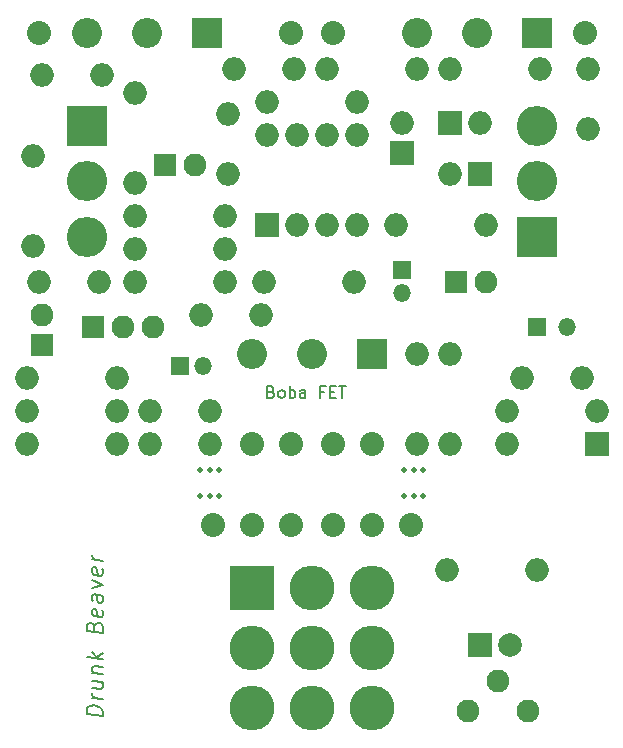
<source format=gbr>
G04 #@! TF.GenerationSoftware,KiCad,Pcbnew,(5.1.8-0-10_14)*
G04 #@! TF.CreationDate,2020-11-14T19:44:57+01:00*
G04 #@! TF.ProjectId,fet-amplifier,6665742d-616d-4706-9c69-666965722e6b,rev?*
G04 #@! TF.SameCoordinates,Original*
G04 #@! TF.FileFunction,Soldermask,Top*
G04 #@! TF.FilePolarity,Negative*
%FSLAX46Y46*%
G04 Gerber Fmt 4.6, Leading zero omitted, Abs format (unit mm)*
G04 Created by KiCad (PCBNEW (5.1.8-0-10_14)) date 2020-11-14 19:44:57*
%MOMM*%
%LPD*%
G01*
G04 APERTURE LIST*
%ADD10C,0.150000*%
%ADD11R,2.000000X2.000000*%
%ADD12C,2.000000*%
%ADD13C,0.500000*%
%ADD14O,2.000000X2.000000*%
%ADD15O,3.416000X3.416000*%
%ADD16R,3.416000X3.416000*%
%ADD17R,3.816000X3.816000*%
%ADD18O,3.816000X3.816000*%
%ADD19O,1.930400X1.930400*%
%ADD20O,2.540000X2.540000*%
%ADD21R,2.540000X2.540000*%
%ADD22R,1.930400X1.930400*%
%ADD23O,2.032000X2.032000*%
%ADD24O,1.508000X1.508000*%
%ADD25R,1.508000X1.508000*%
G04 APERTURE END LIST*
D10*
X72261333Y-138373770D02*
X70861333Y-138198770D01*
X70861333Y-137865437D01*
X70928000Y-137673770D01*
X71061333Y-137557104D01*
X71194666Y-137507104D01*
X71461333Y-137473770D01*
X71661333Y-137498770D01*
X71928000Y-137598770D01*
X72061333Y-137682104D01*
X72194666Y-137832104D01*
X72261333Y-138040437D01*
X72261333Y-138373770D01*
X72261333Y-136973770D02*
X71328000Y-136857104D01*
X71594666Y-136890437D02*
X71461333Y-136807104D01*
X71394666Y-136732104D01*
X71328000Y-136590437D01*
X71328000Y-136457104D01*
X71328000Y-135390437D02*
X72261333Y-135507104D01*
X71328000Y-135990437D02*
X72061333Y-136082104D01*
X72194666Y-136032104D01*
X72261333Y-135907104D01*
X72261333Y-135707104D01*
X72194666Y-135565437D01*
X72128000Y-135490437D01*
X71328000Y-134723770D02*
X72261333Y-134840437D01*
X71461333Y-134740437D02*
X71394666Y-134665437D01*
X71328000Y-134523770D01*
X71328000Y-134323770D01*
X71394666Y-134198770D01*
X71528000Y-134148770D01*
X72261333Y-134240437D01*
X72261333Y-133573770D02*
X70861333Y-133398770D01*
X71728000Y-133373770D02*
X72261333Y-133040437D01*
X71328000Y-132923770D02*
X71861333Y-133523770D01*
X71528000Y-130815437D02*
X71594666Y-130623770D01*
X71661333Y-130565437D01*
X71794666Y-130515437D01*
X71994666Y-130540437D01*
X72128000Y-130623770D01*
X72194666Y-130698770D01*
X72261333Y-130840437D01*
X72261333Y-131373770D01*
X70861333Y-131198770D01*
X70861333Y-130732104D01*
X70928000Y-130607104D01*
X70994666Y-130548770D01*
X71128000Y-130498770D01*
X71261333Y-130515437D01*
X71394666Y-130598770D01*
X71461333Y-130673770D01*
X71528000Y-130815437D01*
X71528000Y-131282104D01*
X72194666Y-129432104D02*
X72261333Y-129573770D01*
X72261333Y-129840437D01*
X72194666Y-129965437D01*
X72061333Y-130015437D01*
X71528000Y-129948770D01*
X71394666Y-129865437D01*
X71328000Y-129723770D01*
X71328000Y-129457104D01*
X71394666Y-129332104D01*
X71528000Y-129282104D01*
X71661333Y-129298770D01*
X71794666Y-129982104D01*
X72261333Y-128173770D02*
X71528000Y-128082104D01*
X71394666Y-128132104D01*
X71328000Y-128257104D01*
X71328000Y-128523770D01*
X71394666Y-128665437D01*
X72194666Y-128165437D02*
X72261333Y-128307104D01*
X72261333Y-128640437D01*
X72194666Y-128765437D01*
X72061333Y-128815437D01*
X71928000Y-128798770D01*
X71794666Y-128715437D01*
X71728000Y-128573770D01*
X71728000Y-128240437D01*
X71661333Y-128098770D01*
X71328000Y-127523770D02*
X72261333Y-127307104D01*
X71328000Y-126857104D01*
X72194666Y-125898770D02*
X72261333Y-126040437D01*
X72261333Y-126307104D01*
X72194666Y-126432104D01*
X72061333Y-126482104D01*
X71528000Y-126415437D01*
X71394666Y-126332104D01*
X71328000Y-126190437D01*
X71328000Y-125923770D01*
X71394666Y-125798770D01*
X71528000Y-125748770D01*
X71661333Y-125765437D01*
X71794666Y-126448770D01*
X72261333Y-125240437D02*
X71328000Y-125123770D01*
X71594666Y-125157104D02*
X71461333Y-125073770D01*
X71394666Y-124998770D01*
X71328000Y-124857104D01*
X71328000Y-124723770D01*
X86479428Y-110926571D02*
X86622285Y-110974190D01*
X86669904Y-111021809D01*
X86717523Y-111117047D01*
X86717523Y-111259904D01*
X86669904Y-111355142D01*
X86622285Y-111402761D01*
X86527047Y-111450380D01*
X86146095Y-111450380D01*
X86146095Y-110450380D01*
X86479428Y-110450380D01*
X86574666Y-110498000D01*
X86622285Y-110545619D01*
X86669904Y-110640857D01*
X86669904Y-110736095D01*
X86622285Y-110831333D01*
X86574666Y-110878952D01*
X86479428Y-110926571D01*
X86146095Y-110926571D01*
X87288952Y-111450380D02*
X87193714Y-111402761D01*
X87146095Y-111355142D01*
X87098476Y-111259904D01*
X87098476Y-110974190D01*
X87146095Y-110878952D01*
X87193714Y-110831333D01*
X87288952Y-110783714D01*
X87431809Y-110783714D01*
X87527047Y-110831333D01*
X87574666Y-110878952D01*
X87622285Y-110974190D01*
X87622285Y-111259904D01*
X87574666Y-111355142D01*
X87527047Y-111402761D01*
X87431809Y-111450380D01*
X87288952Y-111450380D01*
X88050857Y-111450380D02*
X88050857Y-110450380D01*
X88050857Y-110831333D02*
X88146095Y-110783714D01*
X88336571Y-110783714D01*
X88431809Y-110831333D01*
X88479428Y-110878952D01*
X88527047Y-110974190D01*
X88527047Y-111259904D01*
X88479428Y-111355142D01*
X88431809Y-111402761D01*
X88336571Y-111450380D01*
X88146095Y-111450380D01*
X88050857Y-111402761D01*
X89384190Y-111450380D02*
X89384190Y-110926571D01*
X89336571Y-110831333D01*
X89241333Y-110783714D01*
X89050857Y-110783714D01*
X88955619Y-110831333D01*
X89384190Y-111402761D02*
X89288952Y-111450380D01*
X89050857Y-111450380D01*
X88955619Y-111402761D01*
X88908000Y-111307523D01*
X88908000Y-111212285D01*
X88955619Y-111117047D01*
X89050857Y-111069428D01*
X89288952Y-111069428D01*
X89384190Y-111021809D01*
X90955619Y-110926571D02*
X90622285Y-110926571D01*
X90622285Y-111450380D02*
X90622285Y-110450380D01*
X91098476Y-110450380D01*
X91479428Y-110926571D02*
X91812761Y-110926571D01*
X91955619Y-111450380D02*
X91479428Y-111450380D01*
X91479428Y-110450380D01*
X91955619Y-110450380D01*
X92241333Y-110450380D02*
X92812761Y-110450380D01*
X92527047Y-111450380D02*
X92527047Y-110450380D01*
D11*
X104140000Y-132334000D03*
D12*
X106680000Y-132334000D03*
D13*
X99352000Y-119718000D03*
X97752000Y-119718000D03*
X97752000Y-117518000D03*
X99352000Y-117518000D03*
X98552000Y-119718000D03*
X98552000Y-117518000D03*
X82080000Y-119718000D03*
X80480000Y-119718000D03*
X80480000Y-117518000D03*
X82080000Y-117518000D03*
X81280000Y-119718000D03*
X81280000Y-117518000D03*
D14*
X86106000Y-89154000D03*
X88646000Y-89154000D03*
X91186000Y-89154000D03*
X93726000Y-89154000D03*
X93726000Y-96774000D03*
X91186000Y-96774000D03*
X88646000Y-96774000D03*
D11*
X86106000Y-96774000D03*
D15*
X70866000Y-97790000D03*
X70866000Y-93091000D03*
D16*
X70866000Y-88392000D03*
D15*
X108966000Y-88392000D03*
X108966000Y-93091000D03*
D16*
X108966000Y-97790000D03*
D17*
X84836000Y-127508000D03*
D18*
X84836000Y-132588000D03*
X84836000Y-137668000D03*
X89916000Y-127508000D03*
X89916000Y-132588000D03*
X89916000Y-137668000D03*
X94996000Y-127508000D03*
X94996000Y-132588000D03*
X94996000Y-137668000D03*
D19*
X108204000Y-137922000D03*
X105664000Y-135382000D03*
X103124000Y-137922000D03*
D20*
X70866000Y-80518000D03*
X75946000Y-80518000D03*
D21*
X81026000Y-80518000D03*
D20*
X98806000Y-80518000D03*
X103886000Y-80518000D03*
D21*
X108966000Y-80518000D03*
D20*
X84836000Y-107696000D03*
X89916000Y-107696000D03*
D21*
X94996000Y-107696000D03*
D14*
X108966000Y-125984000D03*
X101346000Y-125984000D03*
X66294000Y-90932000D03*
X66294000Y-98552000D03*
X73406000Y-115316000D03*
X65786000Y-115316000D03*
X101600000Y-115316000D03*
X101600000Y-107696000D03*
X114046000Y-112522000D03*
X106426000Y-112522000D03*
X74930000Y-85598000D03*
X74930000Y-93218000D03*
X98806000Y-107696000D03*
X98806000Y-115316000D03*
X93726000Y-86360000D03*
X86106000Y-86360000D03*
X104648000Y-96774000D03*
X97028000Y-96774000D03*
X65786000Y-109728000D03*
X73406000Y-109728000D03*
X109220000Y-83566000D03*
X101600000Y-83566000D03*
X91186000Y-83566000D03*
X98806000Y-83566000D03*
X74930000Y-96012000D03*
X82550000Y-96012000D03*
X74930000Y-98806000D03*
X82550000Y-98806000D03*
X76200000Y-115316000D03*
X81280000Y-115316000D03*
X85852000Y-101600000D03*
X93472000Y-101600000D03*
X73406000Y-112522000D03*
X65786000Y-112522000D03*
X82550000Y-101600000D03*
X74930000Y-101600000D03*
D22*
X71374000Y-105410000D03*
D19*
X73914000Y-105410000D03*
X76454000Y-105410000D03*
D23*
X98298000Y-122174000D03*
X94996000Y-122174000D03*
X113030000Y-80518000D03*
X91694000Y-122174000D03*
X88138000Y-122174000D03*
X91694000Y-80518000D03*
X84836000Y-122174000D03*
X81534000Y-122174000D03*
X88138000Y-115316000D03*
X88138000Y-80518000D03*
X94996000Y-115316000D03*
X66802000Y-80518000D03*
X91694000Y-115316000D03*
X84836000Y-115316000D03*
D11*
X114046000Y-115316000D03*
D14*
X106426000Y-115316000D03*
X104140000Y-88138000D03*
D11*
X101600000Y-88138000D03*
D14*
X101600000Y-92456000D03*
D11*
X104140000Y-92456000D03*
D14*
X97536000Y-88138000D03*
D11*
X97536000Y-90678000D03*
D19*
X67056000Y-104394000D03*
D22*
X67056000Y-106934000D03*
D19*
X104648000Y-101600000D03*
D22*
X102108000Y-101600000D03*
D24*
X111506000Y-105410000D03*
D25*
X108966000Y-105410000D03*
D14*
X112776000Y-109728000D03*
X107696000Y-109728000D03*
X82804000Y-87376000D03*
X82804000Y-92456000D03*
X72136000Y-84074000D03*
X67056000Y-84074000D03*
D24*
X97536000Y-102600000D03*
D25*
X97536000Y-100600000D03*
D14*
X113284000Y-88646000D03*
X113284000Y-83566000D03*
X83312000Y-83566000D03*
X88392000Y-83566000D03*
D19*
X80010000Y-91694000D03*
D22*
X77470000Y-91694000D03*
D14*
X71882000Y-101600000D03*
X66802000Y-101600000D03*
X81280000Y-112522000D03*
X76200000Y-112522000D03*
D24*
X80740000Y-108712000D03*
D25*
X78740000Y-108712000D03*
D14*
X80518000Y-104394000D03*
X85598000Y-104394000D03*
M02*

</source>
